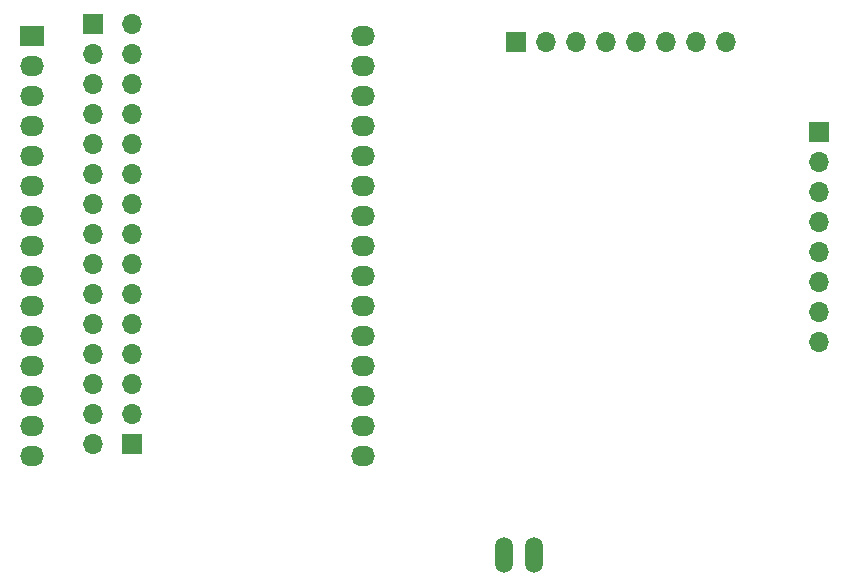
<source format=gts>
G04 #@! TF.FileFunction,Soldermask,Top*
%FSLAX46Y46*%
G04 Gerber Fmt 4.6, Leading zero omitted, Abs format (unit mm)*
G04 Created by KiCad (PCBNEW 4.0.4+e1-6308~48~ubuntu16.04.1-stable) date Mon Jan  2 11:44:22 2017*
%MOMM*%
%LPD*%
G01*
G04 APERTURE LIST*
%ADD10C,0.100000*%
%ADD11O,2.032000X1.727200*%
%ADD12R,2.032000X1.727200*%
%ADD13O,1.506220X3.014980*%
%ADD14R,1.700000X1.700000*%
%ADD15O,1.700000X1.700000*%
G04 APERTURE END LIST*
D10*
D11*
X135666000Y-77978000D03*
X135666000Y-75438000D03*
X135666000Y-72898000D03*
X135666000Y-70358000D03*
X135666000Y-67818000D03*
X135666000Y-65278000D03*
X135666000Y-62738000D03*
X135666000Y-60198000D03*
X135666000Y-57658000D03*
X135666000Y-55118000D03*
X135666000Y-52578000D03*
X135666000Y-50038000D03*
X135666000Y-47498000D03*
X135666000Y-44958000D03*
X135666000Y-42418000D03*
D12*
X107666000Y-42418000D03*
D11*
X107666000Y-44958000D03*
X107666000Y-47498000D03*
X107666000Y-50038000D03*
X107666000Y-52578000D03*
X107666000Y-55118000D03*
X107666000Y-57658000D03*
X107666000Y-60198000D03*
X107666000Y-62738000D03*
X107666000Y-65278000D03*
X107666000Y-67818000D03*
X107666000Y-70358000D03*
X107666000Y-72898000D03*
X107666000Y-75438000D03*
X107666000Y-77978000D03*
D13*
X147574000Y-86360000D03*
X150114000Y-86360000D03*
D14*
X148590000Y-42926000D03*
D15*
X151130000Y-42926000D03*
X153670000Y-42926000D03*
X156210000Y-42926000D03*
X158750000Y-42926000D03*
X161290000Y-42926000D03*
X163830000Y-42926000D03*
X166370000Y-42926000D03*
D14*
X174244000Y-50546000D03*
D15*
X174244000Y-53086000D03*
X174244000Y-55626000D03*
X174244000Y-58166000D03*
X174244000Y-60706000D03*
X174244000Y-63246000D03*
X174244000Y-65786000D03*
X174244000Y-68326000D03*
D14*
X112776000Y-41402000D03*
D15*
X112776000Y-43942000D03*
X112776000Y-46482000D03*
X112776000Y-49022000D03*
X112776000Y-51562000D03*
X112776000Y-54102000D03*
X112776000Y-56642000D03*
X112776000Y-59182000D03*
X112776000Y-61722000D03*
X112776000Y-64262000D03*
X112776000Y-66802000D03*
X112776000Y-69342000D03*
X112776000Y-71882000D03*
X112776000Y-74422000D03*
X112776000Y-76962000D03*
D14*
X116078000Y-76962000D03*
D15*
X116078000Y-74422000D03*
X116078000Y-71882000D03*
X116078000Y-69342000D03*
X116078000Y-66802000D03*
X116078000Y-64262000D03*
X116078000Y-61722000D03*
X116078000Y-59182000D03*
X116078000Y-56642000D03*
X116078000Y-54102000D03*
X116078000Y-51562000D03*
X116078000Y-49022000D03*
X116078000Y-46482000D03*
X116078000Y-43942000D03*
X116078000Y-41402000D03*
M02*

</source>
